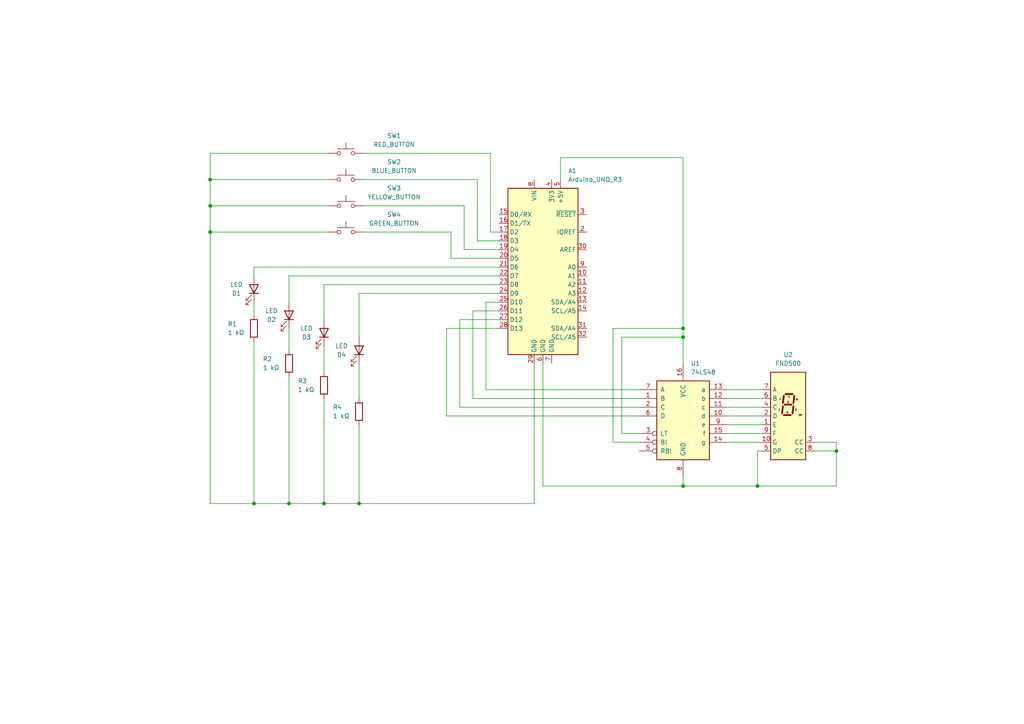
<source format=kicad_sch>
(kicad_sch (version 20230121) (generator eeschema)
  (paper "A4")
  (title_block (title "Color Sequence Memory Game"))
  (lib_symbols
    (symbol "74xx:74LS48" (pin_names (offset 1.016))
      (property "Reference" "U" (at -7.62 11.43 0))
      (property "Value" "74LS48" (at -7.62 -13.97 0))
      (symbol "74LS48_1_0"
        (pin input line (at -12.7 5.08 0) (length 5.08) (name "B") (number "1"))
        (pin open_collector line (at 12.7 0 180) (length 5.08) (name "d") (number "10"))
        (pin open_collector line (at 12.7 2.54 180) (length 5.08) (name "c") (number "11"))
        (pin open_collector line (at 12.7 5.08 180) (length 5.08) (name "b") (number "12"))
        (pin open_collector line (at 12.7 7.62 180) (length 5.08) (name "a") (number "13"))
        (pin open_collector line (at 12.7 -7.62 180) (length 5.08) (name "g") (number "14"))
        (pin open_collector line (at 12.7 -5.08 180) (length 5.08) (name "f") (number "15"))
        (pin power_in line (at 0 15.24 270) (length 5.08) (name "VCC") (number "16"))
        (pin input line (at -12.7 2.54 0) (length 5.08) (name "C") (number "2"))
        (pin input inverted (at -12.7 -5.08 0) (length 5.08) (name "LT") (number "3"))
        (pin input inverted (at -12.7 -7.62 0) (length 5.08) (name "BI") (number "4"))
        (pin input inverted (at -12.7 -10.16 0) (length 5.08) (name "RBI") (number "5"))
        (pin input line (at -12.7 0 0) (length 5.08) (name "D") (number "6"))
        (pin input line (at -12.7 7.62 0) (length 5.08) (name "A") (number "7"))
        (pin power_in line (at 0 -17.78 90) (length 5.08) (name "GND") (number "8"))
        (pin open_collector line (at 12.7 -2.54 180) (length 5.08) (name "e") (number "9"))
      )
      (symbol "74LS48_1_1"
        (rectangle (start -7.62 10.16) (end 7.62 -12.7) (stroke (width 0.254)) (fill (type background)))
      )
    )
    (symbol "Device:LED" (pin_numbers hide) (pin_names (offset 1.016) hide)
      (property "Reference" "D" (at 0 2.54 0))
      (property "Value" "LED" (at 0 -2.54 0))
      (symbol "LED_0_1"
        (polyline (pts (xy -1.27 -1.27) (xy -1.27 1.27)) (stroke (width 0.254)))
        (polyline (pts (xy -1.27 0) (xy 1.27 0)))
        (polyline (pts (xy 1.27 -1.27) (xy 1.27 1.27) (xy -1.27 0) (xy 1.27 -1.27)) (stroke (width 0.254)))
        (polyline (pts (xy -3.048 -0.762) (xy -4.572 -2.286) (xy -3.81 -2.286) (xy -4.572 -2.286) (xy -4.572 -1.524)))
        (polyline (pts (xy -1.778 -0.762) (xy -3.302 -2.286) (xy -2.54 -2.286) (xy -3.302 -2.286) (xy -3.302 -1.524)))
      )
      (symbol "LED_1_1"
        (pin passive line (at -3.81 0 0) (length 2.54) (name "K") (number "1"))
        (pin passive line (at 3.81 0 180) (length 2.54) (name "A") (number "2"))
      )
    )
    (symbol "Device:R" (pin_numbers hide) (pin_names (offset 0))
      (property "Reference" "R" (at 2.032 0 90))
      (property "Value" "R" (at 0 0 90))
      (symbol "R_0_1"
        (rectangle (start -1.016 -2.54) (end 1.016 2.54) (stroke (width 0.254)))
      )
      (symbol "R_1_1"
        (pin passive line (at 0 3.81 270) (length 1.27) (name "~") (number "1"))
        (pin passive line (at 0 -3.81 90) (length 1.27) (name "~") (number "2"))
      )
    )
    (symbol "Display_Character:D148K"
      (property "Reference" "U" (at -2.54 13.97 0))
      (property "Value" "D148K" (at 1.27 13.97 0))
      (symbol "D148K_0_0"
        (text "A" (at 0.254 5.588 0) (effects (font (size 0.508 0.508))))
        (text "B" (at 2.54 4.826 0) (effects (font (size 0.508 0.508))))
        (text "C" (at 2.286 1.778 0) (effects (font (size 0.508 0.508))))
        (text "D" (at -0.254 1.016 0) (effects (font (size 0.508 0.508))))
        (text "DP" (at 3.556 0.254 0) (effects (font (size 0.508 0.508))))
        (text "E" (at -2.54 1.778 0) (effects (font (size 0.508 0.508))))
        (text "F" (at -2.286 4.826 0) (effects (font (size 0.508 0.508))))
        (text "G" (at 0 4.064 0) (effects (font (size 0.508 0.508))))
      )
      (symbol "D148K_0_1"
        (rectangle (start -5.08 12.7) (end 5.08 -12.7) (stroke (width 0.254)) (fill (type background)))
        (polyline (pts (xy -1.524 2.794) (xy -1.778 0.762)) (stroke (width 0.508)))
        (polyline (pts (xy -1.27 0.254) (xy 0.762 0.254)) (stroke (width 0.508)))
        (polyline (pts (xy -1.27 5.842) (xy -1.524 3.81)) (stroke (width 0.508)))
        (polyline (pts (xy -1.016 3.302) (xy 1.016 3.302)) (stroke (width 0.508)))
        (polyline (pts (xy -0.762 6.35) (xy 1.27 6.35)) (stroke (width 0.508)))
        (polyline (pts (xy 1.524 2.794) (xy 1.27 0.762)) (stroke (width 0.508)))
        (polyline (pts (xy 1.778 5.842) (xy 1.524 3.81)) (stroke (width 0.508)))
        (polyline (pts (xy 2.54 0.254) (xy 2.54 0.254)) (stroke (width 0.508)))
      )
      (symbol "D148K_1_1"
        (pin input line (at -7.62 -2.54 0) (length 2.54) (name "E") (number "1"))
        (pin input line (at -7.62 -7.62 0) (length 2.54) (name "G") (number "10"))
        (pin input line (at -7.62 0 0) (length 2.54) (name "D") (number "2"))
        (pin input line (at 7.62 -7.62 180) (length 2.54) (name "CC") (number "3"))
        (pin input line (at -7.62 2.54 0) (length 2.54) (name "C") (number "4"))
        (pin input line (at -7.62 -10.16 0) (length 2.54) (name "DP") (number "5"))
        (pin input line (at -7.62 5.08 0) (length 2.54) (name "B") (number "6"))
        (pin input line (at -7.62 7.62 0) (length 2.54) (name "A") (number "7"))
        (pin input line (at 7.62 -10.16 180) (length 2.54) (name "CC") (number "8"))
        (pin input line (at -7.62 -5.08 0) (length 2.54) (name "F") (number "9"))
      )
    )
    (symbol "MCU_Module:Arduino_UNO_R3"
      (property "Reference" "A" (at -10.16 23.495 0))
      (property "Value" "Arduino_UNO_R3" (at 5.08 -26.67 0))
      (symbol "Arduino_UNO_R3_0_1"
        (rectangle (start -10.16 22.86) (end 10.16 -25.4) (stroke (width 0.254)) (fill (type background)))
      )
      (symbol "Arduino_UNO_R3_1_1"
        (pin no_connect line (at -10.16 -20.32 0) (length 2.54) hide (name "NC") (number "1"))
        (pin bidirectional line (at 12.7 -2.54 180) (length 2.54) (name "A1") (number "10"))
        (pin bidirectional line (at 12.7 -5.08 180) (length 2.54) (name "A2") (number "11"))
        (pin bidirectional line (at 12.7 -7.62 180) (length 2.54) (name "A3") (number "12"))
        (pin bidirectional line (at 12.7 -10.16 180) (length 2.54) (name "SDA/A4") (number "13"))
        (pin bidirectional line (at 12.7 -12.7 180) (length 2.54) (name "SCL/A5") (number "14"))
        (pin bidirectional line (at -12.7 15.24 0) (length 2.54) (name "D0/RX") (number "15"))
        (pin bidirectional line (at -12.7 12.7 0) (length 2.54) (name "D1/TX") (number "16"))
        (pin bidirectional line (at -12.7 10.16 0) (length 2.54) (name "D2") (number "17"))
        (pin bidirectional line (at -12.7 7.62 0) (length 2.54) (name "D3") (number "18"))
        (pin bidirectional line (at -12.7 5.08 0) (length 2.54) (name "D4") (number "19"))
        (pin output line (at 12.7 10.16 180) (length 2.54) (name "IOREF") (number "2"))
        (pin bidirectional line (at -12.7 2.54 0) (length 2.54) (name "D5") (number "20"))
        (pin bidirectional line (at -12.7 0 0) (length 2.54) (name "D6") (number "21"))
        (pin bidirectional line (at -12.7 -2.54 0) (length 2.54) (name "D7") (number "22"))
        (pin bidirectional line (at -12.7 -5.08 0) (length 2.54) (name "D8") (number "23"))
        (pin bidirectional line (at -12.7 -7.62 0) (length 2.54) (name "D9") (number "24"))
        (pin bidirectional line (at -12.7 -10.16 0) (length 2.54) (name "D10") (number "25"))
        (pin bidirectional line (at -12.7 -12.7 0) (length 2.54) (name "D11") (number "26"))
        (pin bidirectional line (at -12.7 -15.24 0) (length 2.54) (name "D12") (number "27"))
        (pin bidirectional line (at -12.7 -17.78 0) (length 2.54) (name "D13") (number "28"))
        (pin power_in line (at -2.54 -27.94 90) (length 2.54) (name "GND") (number "29"))
        (pin input line (at 12.7 15.24 180) (length 2.54) (name "~{RESET}") (number "3"))
        (pin input line (at 12.7 5.08 180) (length 2.54) (name "AREF") (number "30"))
        (pin bidirectional line (at 12.7 -17.78 180) (length 2.54) (name "SDA/A4") (number "31"))
        (pin bidirectional line (at 12.7 -20.32 180) (length 2.54) (name "SCL/A5") (number "32"))
        (pin power_out line (at 2.54 25.4 270) (length 2.54) (name "3V3") (number "4"))
        (pin power_out line (at 5.08 25.4 270) (length 2.54) (name "+5V") (number "5"))
        (pin power_in line (at 0 -27.94 90) (length 2.54) (name "GND") (number "6"))
        (pin power_in line (at 2.54 -27.94 90) (length 2.54) (name "GND") (number "7"))
        (pin power_in line (at -2.54 25.4 270) (length 2.54) (name "VIN") (number "8"))
        (pin bidirectional line (at 12.7 0 180) (length 2.54) (name "A0") (number "9"))
      )
    )
    (symbol "Switch:SW_Push" (pin_numbers hide) (pin_names (offset 1.016) hide)
      (property "Reference" "SW" (at 1.27 2.54 0))
      (property "Value" "SW_Push" (at 0 -1.524 0))
      (symbol "SW_Push_0_1"
        (circle (center -2.032 0) (radius 0.508))
        (polyline (pts (xy 0 1.27) (xy 0 3.048)))
        (polyline (pts (xy 2.54 1.27) (xy -2.54 1.27)))
        (circle (center 2.032 0) (radius 0.508))
        (pin passive line (at -5.08 0 0) (length 2.54) (name "1") (number "1"))
        (pin passive line (at 5.08 0 180) (length 2.54) (name "2") (number "2"))
      )
    )
  )
  (junction (at 198.12 95.25))
  (junction (at 198.12 140.97))
  (junction (at 93.98 146.05))
  (junction (at 73.66 146.05))
  (junction (at 104.14 146.05))
  (junction (at 60.96 67.31))
  (junction (at 219.71 140.97))
  (junction (at 60.96 52.07))
  (junction (at 60.96 59.69))
  (junction (at 198.12 97.79))
  (junction (at 83.82 146.05))
  (junction (at 242.57 130.81))
  (wire (pts (xy 105.41 67.31) (xy 130.81 67.31)))
  (wire (pts (xy 185.42 128.27) (xy 177.8 128.27)))
  (wire (pts (xy 83.82 146.05) (xy 93.98 146.05)))
  (wire (pts (xy 105.41 44.45) (xy 142.24 44.45)))
  (wire (pts (xy 83.82 109.22) (xy 83.82 146.05)))
  (wire (pts (xy 219.71 130.81) (xy 219.71 140.97)))
  (wire (pts (xy 60.96 67.31) (xy 60.96 146.05)))
  (wire (pts (xy 157.48 140.97) (xy 198.12 140.97)))
  (wire (pts (xy 142.24 67.31) (xy 144.78 67.31)))
  (wire (pts (xy 105.41 52.07) (xy 138.43 52.07)))
  (wire (pts (xy 134.62 59.69) (xy 134.62 72.39)))
  (wire (pts (xy 144.78 95.25) (xy 129.54 95.25)))
  (wire (pts (xy 138.43 52.07) (xy 138.43 69.85)))
  (wire (pts (xy 210.82 120.65) (xy 220.98 120.65)))
  (wire (pts (xy 134.62 72.39) (xy 144.78 72.39)))
  (wire (pts (xy 154.94 146.05) (xy 154.94 105.41)))
  (wire (pts (xy 236.22 130.81) (xy 242.57 130.81)))
  (wire (pts (xy 104.14 123.19) (xy 104.14 146.05)))
  (wire (pts (xy 60.96 67.31) (xy 95.25 67.31)))
  (wire (pts (xy 162.56 45.72) (xy 198.12 45.72)))
  (wire (pts (xy 129.54 95.25) (xy 129.54 120.65)))
  (wire (pts (xy 198.12 95.25) (xy 198.12 97.79)))
  (wire (pts (xy 198.12 97.79) (xy 198.12 105.41)))
  (wire (pts (xy 177.8 128.27) (xy 177.8 95.25)))
  (wire (pts (xy 180.34 97.79) (xy 198.12 97.79)))
  (wire (pts (xy 210.82 128.27) (xy 220.98 128.27)))
  (wire (pts (xy 162.56 52.07) (xy 162.56 45.72)))
  (wire (pts (xy 129.54 120.65) (xy 185.42 120.65)))
  (wire (pts (xy 137.16 90.17) (xy 137.16 115.57)))
  (wire (pts (xy 104.14 85.09) (xy 104.14 97.79)))
  (wire (pts (xy 180.34 125.73) (xy 180.34 97.79)))
  (wire (pts (xy 93.98 82.55) (xy 93.98 92.71)))
  (wire (pts (xy 73.66 146.05) (xy 83.82 146.05)))
  (wire (pts (xy 198.12 140.97) (xy 198.12 138.43)))
  (wire (pts (xy 104.14 146.05) (xy 154.94 146.05)))
  (wire (pts (xy 236.22 128.27) (xy 242.57 128.27)))
  (wire (pts (xy 210.82 113.03) (xy 220.98 113.03)))
  (wire (pts (xy 83.82 95.25) (xy 83.82 101.6)))
  (wire (pts (xy 130.81 67.31) (xy 130.81 74.93)))
  (wire (pts (xy 73.66 80.01) (xy 73.66 77.47)))
  (wire (pts (xy 60.96 44.45) (xy 60.96 52.07)))
  (wire (pts (xy 140.97 87.63) (xy 140.97 113.03)))
  (wire (pts (xy 242.57 130.81) (xy 242.57 140.97)))
  (wire (pts (xy 177.8 95.25) (xy 198.12 95.25)))
  (wire (pts (xy 219.71 140.97) (xy 198.12 140.97)))
  (wire (pts (xy 185.42 125.73) (xy 180.34 125.73)))
  (wire (pts (xy 60.96 52.07) (xy 95.25 52.07)))
  (wire (pts (xy 104.14 105.41) (xy 104.14 115.57)))
  (wire (pts (xy 144.78 85.09) (xy 104.14 85.09)))
  (wire (pts (xy 210.82 118.11) (xy 220.98 118.11)))
  (wire (pts (xy 95.25 44.45) (xy 60.96 44.45)))
  (wire (pts (xy 105.41 59.69) (xy 134.62 59.69)))
  (wire (pts (xy 60.96 52.07) (xy 60.96 59.69)))
  (wire (pts (xy 83.82 80.01) (xy 144.78 80.01)))
  (wire (pts (xy 93.98 115.57) (xy 93.98 146.05)))
  (wire (pts (xy 60.96 146.05) (xy 73.66 146.05)))
  (wire (pts (xy 133.35 92.71) (xy 133.35 118.11)))
  (wire (pts (xy 73.66 87.63) (xy 73.66 91.44)))
  (wire (pts (xy 220.98 130.81) (xy 219.71 130.81)))
  (wire (pts (xy 242.57 128.27) (xy 242.57 130.81)))
  (wire (pts (xy 210.82 123.19) (xy 220.98 123.19)))
  (wire (pts (xy 142.24 44.45) (xy 142.24 67.31)))
  (wire (pts (xy 93.98 100.33) (xy 93.98 107.95)))
  (wire (pts (xy 242.57 140.97) (xy 219.71 140.97)))
  (wire (pts (xy 73.66 77.47) (xy 144.78 77.47)))
  (wire (pts (xy 130.81 74.93) (xy 144.78 74.93)))
  (wire (pts (xy 157.48 105.41) (xy 157.48 140.97)))
  (wire (pts (xy 144.78 82.55) (xy 93.98 82.55)))
  (wire (pts (xy 210.82 125.73) (xy 220.98 125.73)))
  (wire (pts (xy 198.12 45.72) (xy 198.12 95.25)))
  (wire (pts (xy 73.66 99.06) (xy 73.66 146.05)))
  (wire (pts (xy 60.96 59.69) (xy 95.25 59.69)))
  (wire (pts (xy 60.96 59.69) (xy 60.96 67.31)))
  (wire (pts (xy 144.78 87.63) (xy 140.97 87.63)))
  (wire (pts (xy 93.98 146.05) (xy 104.14 146.05)))
  (wire (pts (xy 133.35 118.11) (xy 185.42 118.11)))
  (wire (pts (xy 144.78 90.17) (xy 137.16 90.17)))
  (wire (pts (xy 138.43 69.85) (xy 144.78 69.85)))
  (wire (pts (xy 137.16 115.57) (xy 185.42 115.57)))
  (wire (pts (xy 140.97 113.03) (xy 185.42 113.03)))
  (wire (pts (xy 83.82 87.63) (xy 83.82 80.01)))
  (wire (pts (xy 144.78 92.71) (xy 133.35 92.71)))
  (wire (pts (xy 210.82 115.57) (xy 220.98 115.57)))
  (symbol (lib_id "Device:LED") (at 83.82 91.44 270) (mirror x) (unit 1)
    (property "Reference" "D2" (at 78.74 92.71 90))
    (property "Value" "LED" (at 78.74 90.17 90))
  )
  (symbol (lib_id "MCU_Module:Arduino_UNO_R3") (at 157.48 77.47 0) (unit 1)
    (property "Reference" "A1" (at 164.7541 49.53 0) (effects (justify left)))
    (property "Value" "Arduino_UNO_R3" (at 164.7541 52.07 0) (effects (justify left)))
    (property "Footprint" "Module:Arduino_UNO_R3" (effects hide))
    (property "Datasheet" "https://www.arduino.cc/en/Main/arduinoBoardUno" (effects hide))
  )
  (symbol (lib_id "Switch:SW_Push") (at 100.33 52.07 0) (unit 1)
    (property "Reference" "SW2" (at 114.3 46.99 0))
    (property "Value" "BLUE_BUTTON" (at 114.3 49.53 0))
  )
  (symbol (lib_id "Switch:SW_Push") (at 100.33 67.31 0) (unit 1)
    (property "Reference" "SW4" (at 114.3 62.23 0))
    (property "Value" "GREEN_BUTTON" (at 114.3 64.77 0))
  )
  (symbol (lib_id "Device:LED") (at 104.14 101.6 270) (mirror x) (unit 1)
    (property "Reference" "D4" (at 99.06 102.87 90))
    (property "Value" "LED" (at 99.06 100.33 90))
  )
  (symbol (lib_id "Switch:SW_Push") (at 100.33 44.45 0) (unit 1)
    (property "Reference" "SW1" (at 114.3 39.37 0))
    (property "Value" "RED_BUTTON" (at 114.3 41.91 0))
  )
  (symbol (lib_id "Device:R") (at 93.98 111.76 0) (unit 1)
    (property "Reference" "R3" (at 86.36 110.49 0) (effects (justify left)))
    (property "Value" "1 kΩ" (at 86.36 113.03 0) (effects (justify left)))
  )
  (symbol (lib_id "Device:R") (at 83.82 105.41 0) (unit 1)
    (property "Reference" "R2" (at 76.2 104.14 0) (effects (justify left)))
    (property "Value" "1 kΩ" (at 76.2 106.68 0) (effects (justify left)))
  )
  (symbol (lib_id "Device:R") (at 73.66 95.25 0) (unit 1)
    (property "Reference" "R1" (at 66.04 93.98 0) (effects (justify left)))
    (property "Value" "1 kΩ" (at 66.04 96.52 0) (effects (justify left)))
  )
  (symbol (lib_id "74xx:74LS48") (at 198.12 120.65 0) (unit 1)
    (property "Reference" "U1" (at 200.3141 105.41 0) (effects (justify left)))
    (property "Value" "74LS48" (at 200.3141 107.95 0) (effects (justify left)))
    (property "Datasheet" "http://www.ti.com/lit/gpn/sn74LS48" (effects hide))
  )
  (symbol (lib_id "Device:LED") (at 73.66 83.82 270) (mirror x) (unit 1)
    (property "Reference" "D1" (at 68.58 85.09 90))
    (property "Value" "LED" (at 68.58 82.55 90))
  )
  (symbol (lib_id "Switch:SW_Push") (at 100.33 59.69 0) (unit 1)
    (property "Reference" "SW3" (at 114.3 54.61 0))
    (property "Value" "YELLOW_BUTTON" (at 114.3 57.15 0))
  )
  (symbol (lib_id "Device:LED") (at 93.98 96.52 270) (mirror x) (unit 1)
    (property "Reference" "D3" (at 88.9 97.79 90))
    (property "Value" "LED" (at 88.9 95.25 90))
  )
  (symbol (lib_id "Device:R") (at 104.14 119.38 0) (unit 1)
    (property "Reference" "R4" (at 96.52 118.11 0) (effects (justify left)))
    (property "Value" "1 kΩ" (at 96.52 120.65 0) (effects (justify left)))
  )
  (symbol (lib_id "Display_Character:D148K") (at 228.6 120.65 0) (unit 1)
    (property "Reference" "U2" (at 228.6 102.87 0))
    (property "Value" "FND500" (at 228.6 105.41 0))
    (property "Footprint" "Display_7Segment:D1X8K" (effects hide))
    (property "Datasheet" "https://ia800903.us.archive.org/24/items/CTKD1x8K/Cromatek%20D168K.pdf" (effects hide))
  )
)
</source>
